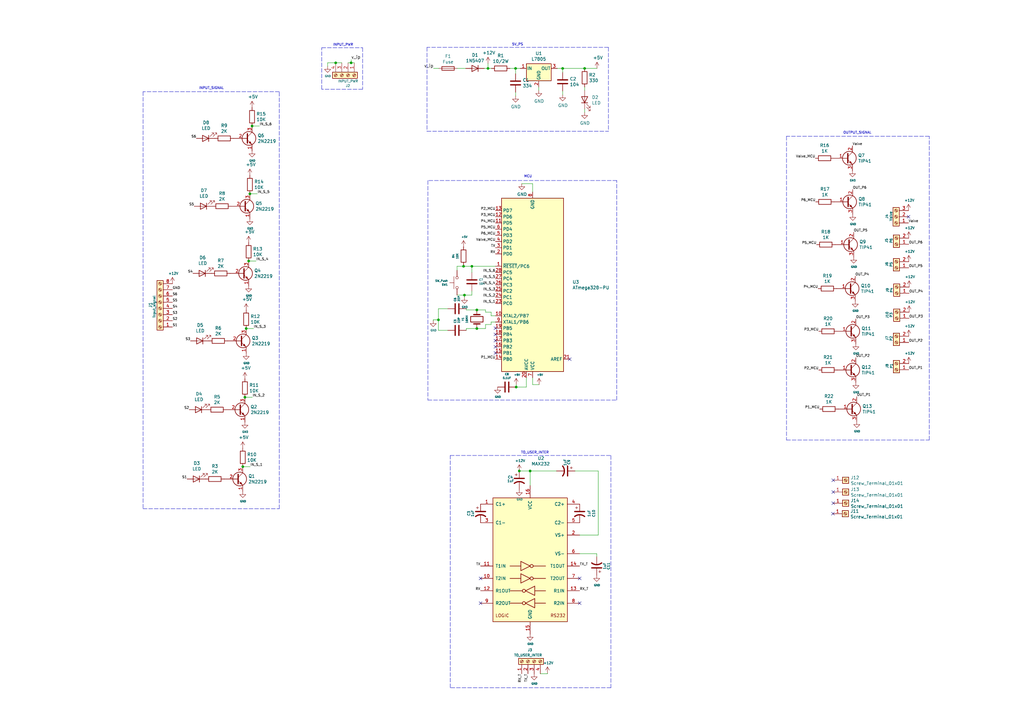
<source format=kicad_sch>
(kicad_sch (version 20211123) (generator eeschema)
  (paper "A3")
  (lib_symbols
    (symbol "Connector:Screw_Terminal_01x01" (pin_names (offset 1.016) hide)
      (property "Reference" "J" (at 0 2.54 0))
      (property "Value" "Screw_Terminal_01x01" (at 0 -2.54 0))
      (symbol "Screw_Terminal_01x01_1_1"
        (pin passive line (at -5.08 0 0) (length 3.81) (name "Pin_1") (number "1"))
      )
    )
    (symbol "Connector:Screw_Terminal_01x02" (pin_names (offset 1.016) hide)
      (property "Reference" "J" (at 0 2.54 0))
      (property "Value" "Screw_Terminal_01x02" (at 0 -5.08 0))
      (symbol "Screw_Terminal_01x02_1_1"
        (pin passive line (at -5.08 0 0) (length 3.81) (name "Pin_1") (number "1"))
        (pin passive line (at -5.08 -2.54 0) (length 3.81) (name "Pin_2") (number "2"))
      )
    )
    (symbol "Connector:Screw_Terminal_01x03" (pin_names (offset 1.016) hide)
      (property "Reference" "J" (at 0 5.08 0))
      (property "Value" "Screw_Terminal_01x03" (at 0 -5.08 0))
      (symbol "Screw_Terminal_01x03_1_1"
        (pin passive line (at -5.08 2.54 0) (length 3.81) (name "Pin_1") (number "1"))
        (pin passive line (at -5.08 0 0) (length 3.81) (name "Pin_2") (number "2"))
        (pin passive line (at -5.08 -2.54 0) (length 3.81) (name "Pin_3") (number "3"))
      )
    )
    (symbol "Connector:Screw_Terminal_01x04" (pin_names (offset 1.016) hide)
      (property "Reference" "J" (at 0 5.08 0))
      (property "Value" "Screw_Terminal_01x04" (at 0 -7.62 0))
      (symbol "Screw_Terminal_01x04_1_1"
        (pin passive line (at -5.08 2.54 0) (length 3.81) (name "Pin_1") (number "1"))
        (pin passive line (at -5.08 0 0) (length 3.81) (name "Pin_2") (number "2"))
        (pin passive line (at -5.08 -2.54 0) (length 3.81) (name "Pin_3") (number "3"))
        (pin passive line (at -5.08 -5.08 0) (length 3.81) (name "Pin_4") (number "4"))
      )
    )
    (symbol "Connector:Screw_Terminal_01x08" (pin_names (offset 1.016) hide)
      (property "Reference" "J" (at 0 10.16 0))
      (property "Value" "Screw_Terminal_01x08" (at 0 -12.7 0))
      (symbol "Screw_Terminal_01x08_1_1"
        (pin passive line (at -5.08 7.62 0) (length 3.81) (name "Pin_1") (number "1"))
        (pin passive line (at -5.08 5.08 0) (length 3.81) (name "Pin_2") (number "2"))
        (pin passive line (at -5.08 2.54 0) (length 3.81) (name "Pin_3") (number "3"))
        (pin passive line (at -5.08 0 0) (length 3.81) (name "Pin_4") (number "4"))
        (pin passive line (at -5.08 -2.54 0) (length 3.81) (name "Pin_5") (number "5"))
        (pin passive line (at -5.08 -5.08 0) (length 3.81) (name "Pin_6") (number "6"))
        (pin passive line (at -5.08 -7.62 0) (length 3.81) (name "Pin_7") (number "7"))
        (pin passive line (at -5.08 -10.16 0) (length 3.81) (name "Pin_8") (number "8"))
      )
    )
    (symbol "Device:C" (pin_numbers hide) (pin_names (offset 0.254))
      (property "Reference" "C" (at 0.635 2.54 0))
      (property "Value" "C" (at 0.635 -2.54 0))
      (symbol "C_1_1"
        (pin passive line (at 0 3.81 270) (length 2.794) (name "~") (number "1"))
        (pin passive line (at 0 -3.81 90) (length 2.794) (name "~") (number "2"))
      )
    )
    (symbol "Device:Crystal" (pin_numbers hide) (pin_names (offset 1.016) hide)
      (property "Reference" "Y" (at 0 3.81 0))
      (property "Value" "Crystal" (at 0 -3.81 0))
      (symbol "Crystal_1_1"
        (pin passive line (at -3.81 0 0) (length 1.27) (name "1") (number "1"))
        (pin passive line (at 3.81 0 180) (length 1.27) (name "2") (number "2"))
      )
    )
    (symbol "Device:Fuse" (pin_numbers hide) (pin_names (offset 0))
      (property "Reference" "F" (at 2.032 0 90))
      (property "Value" "Fuse" (at -1.905 0 90))
      (symbol "Fuse_1_1"
        (pin passive line (at 0 3.81 270) (length 1.27) (name "~") (number "1"))
        (pin passive line (at 0 -3.81 90) (length 1.27) (name "~") (number "2"))
      )
    )
    (symbol "Device:LED" (pin_numbers hide) (pin_names (offset 1.016) hide)
      (property "Reference" "D" (at 0 2.54 0))
      (property "Value" "LED" (at 0 -2.54 0))
      (symbol "LED_1_1"
        (pin passive line (at -3.81 0 0) (length 2.54) (name "K") (number "1"))
        (pin passive line (at 3.81 0 180) (length 2.54) (name "A") (number "2"))
      )
    )
    (symbol "Device:R" (pin_numbers hide) (pin_names (offset 0))
      (property "Reference" "R" (at 2.032 0 90))
      (property "Value" "R" (at 0 0 90))
      (symbol "R_1_1"
        (pin passive line (at 0 3.81 270) (length 1.27) (name "~") (number "1"))
        (pin passive line (at 0 -3.81 90) (length 1.27) (name "~") (number "2"))
      )
    )
    (symbol "Diode:1N5407" (pin_numbers hide) (pin_names (offset 1.016) hide)
      (property "Reference" "D" (at 0 2.54 0))
      (property "Value" "1N5407" (at 0 -2.54 0))
      (symbol "1N5407_1_1"
        (pin passive line (at -3.81 0 0) (length 2.54) (name "K") (number "1"))
        (pin passive line (at 3.81 0 180) (length 2.54) (name "A") (number "2"))
      )
    )
    (symbol "Interface_UART:MAX232" (pin_names (offset 1.016))
      (property "Reference" "U" (at -2.54 28.575 0))
      (property "Value" "MAX232" (at -2.54 26.67 0))
      (symbol "MAX232_0_0"
        (text "LOGIC" (at -11.43 -22.86 0) (effects (font (size 1.27 1.27))))
        (text "RS232" (at 11.43 -22.86 0) (effects (font (size 1.27 1.27))))
      )
      (symbol "MAX232_1_1"
        (pin passive line (at -20.32 22.86 0) (length 5.08) (name "C1+") (number "1"))
        (pin input line (at -20.32 -7.62 0) (length 5.08) (name "T2IN") (number "10"))
        (pin input line (at -20.32 -2.54 0) (length 5.08) (name "T1IN") (number "11"))
        (pin output line (at -20.32 -12.7 0) (length 5.08) (name "R1OUT") (number "12"))
        (pin input line (at 20.32 -12.7 180) (length 5.08) (name "R1IN") (number "13"))
        (pin output line (at 20.32 -2.54 180) (length 5.08) (name "T1OUT") (number "14"))
        (pin power_in line (at 0 -30.48 90) (length 5.08) (name "GND") (number "15"))
        (pin power_in line (at 0 30.48 270) (length 5.08) (name "VCC") (number "16"))
        (pin power_out line (at 20.32 10.16 180) (length 5.08) (name "VS+") (number "2"))
        (pin passive line (at -20.32 15.24 0) (length 5.08) (name "C1-") (number "3"))
        (pin passive line (at 20.32 22.86 180) (length 5.08) (name "C2+") (number "4"))
        (pin passive line (at 20.32 15.24 180) (length 5.08) (name "C2-") (number "5"))
        (pin power_out line (at 20.32 2.54 180) (length 5.08) (name "VS-") (number "6"))
        (pin output line (at 20.32 -7.62 180) (length 5.08) (name "T2OUT") (number "7"))
        (pin input line (at 20.32 -17.78 180) (length 5.08) (name "R2IN") (number "8"))
        (pin output line (at -20.32 -17.78 0) (length 5.08) (name "R2OUT") (number "9"))
      )
    )
    (symbol "Regulator_Linear:L7805" (pin_names (offset 0.254))
      (property "Reference" "U" (at -3.81 3.175 0))
      (property "Value" "L7805" (at 0 3.175 0))
      (symbol "L7805_1_1"
        (pin power_in line (at -7.62 0 0) (length 2.54) (name "IN") (number "1"))
        (pin power_in line (at 0 -7.62 90) (length 2.54) (name "GND") (number "2"))
        (pin power_out line (at 7.62 0 180) (length 2.54) (name "OUT") (number "3"))
      )
    )
    (symbol "Switch:SW_Push" (pin_numbers hide) (pin_names (offset 1.016) hide)
      (property "Reference" "SW" (at 1.27 2.54 0))
      (property "Value" "SW_Push" (at 0 -1.524 0))
      (symbol "SW_Push_0_1"
        (pin passive line (at -5.08 0 0) (length 2.54) (name "1") (number "1"))
        (pin passive line (at 5.08 0 180) (length 2.54) (name "2") (number "2"))
      )
    )
    (symbol "Transistor_BJT:2N2219" (pin_names (offset 0) hide)
      (property "Reference" "Q" (at 5.08 1.905 0))
      (property "Value" "2N2219" (at 5.08 0 0))
      (symbol "2N2219_1_1"
        (pin passive line (at 2.54 -5.08 90) (length 2.54) (name "E") (number "1"))
        (pin passive line (at -5.08 0 0) (length 5.715) (name "B") (number "2"))
        (pin passive line (at 2.54 5.08 270) (length 2.54) (name "C") (number "3"))
      )
    )
    (symbol "Transistor_BJT:TIP41" (pin_names (offset 0) hide)
      (property "Reference" "Q" (at 6.35 1.905 0))
      (property "Value" "TIP41" (at 6.35 0 0))
      (symbol "TIP41_1_1"
        (pin input line (at -5.08 0 0) (length 5.715) (name "B") (number "1"))
        (pin passive line (at 2.54 5.08 270) (length 2.54) (name "C") (number "2"))
        (pin passive line (at 2.54 -5.08 90) (length 2.54) (name "E") (number "3"))
      )
    )
    (symbol "power:+12V" (power) (pin_names (offset 0))
      (property "Value" "+12V" (at 0 3.556 0))
      (symbol "+12V_1_1"
        (pin power_in line (at 0 0 90) (length 0) hide (name "+12V") (number "1"))
      )
    )
    (symbol "power:+5V" (power) (pin_names (offset 0))
      (property "Value" "+5V" (at 0 3.556 0))
      (symbol "+5V_1_1"
        (pin power_in line (at 0 0 90) (length 0) hide (name "+5V") (number "1"))
      )
    )
    (symbol "power:GND" (power) (pin_names (offset 0))
      (property "Value" "GND" (at 0 -3.81 0))
      (symbol "GND_1_1"
        (pin power_in line (at 0 0 270) (length 0) hide (name "GND") (number "1"))
      )
    )
    (symbol "pump_control-rescue:ATmega328-PU-MCU_Microchip_ATmega"
      (property "Reference" "U" (at -12.7 36.83 0))
      (property "Value" "ATmega328-PU-MCU_Microchip_ATmega" (at 2.54 -36.83 0))
      (symbol "ATmega328-PU-MCU_Microchip_ATmega_1_1"
        (pin bidirectional line (at 15.24 -7.62 180) (length 2.54) (name "~{RESET}/PC6") (number "1"))
        (pin bidirectional line (at 15.24 12.7 180) (length 2.54) (name "XTAL2/PB7") (number "10"))
        (pin bidirectional line (at 15.24 -25.4 180) (length 2.54) (name "PD5") (number "11"))
        (pin bidirectional line (at 15.24 -27.94 180) (length 2.54) (name "PD6") (number "12"))
        (pin bidirectional line (at 15.24 -30.48 180) (length 2.54) (name "PD7") (number "13"))
        (pin bidirectional line (at 15.24 30.48 180) (length 2.54) (name "PB0") (number "14"))
        (pin bidirectional line (at 15.24 27.94 180) (length 2.54) (name "PB1") (number "15"))
        (pin bidirectional line (at 15.24 25.4 180) (length 2.54) (name "PB2") (number "16"))
        (pin bidirectional line (at 15.24 22.86 180) (length 2.54) (name "PB3") (number "17"))
        (pin bidirectional line (at 15.24 20.32 180) (length 2.54) (name "PB4") (number "18"))
        (pin bidirectional line (at 15.24 17.78 180) (length 2.54) (name "PB5") (number "19"))
        (pin bidirectional line (at 15.24 -12.7 180) (length 2.54) (name "PD0") (number "2"))
        (pin power_in line (at 2.54 38.1 270) (length 2.54) (name "AVCC") (number "20"))
        (pin passive line (at -15.24 30.48 0) (length 2.54) (name "AREF") (number "21"))
        (pin passive line (at 0 -38.1 90) (length 2.54) hide (name "GND") (number "22"))
        (pin bidirectional line (at 15.24 7.62 180) (length 2.54) (name "PC0") (number "23"))
        (pin bidirectional line (at 15.24 5.08 180) (length 2.54) (name "PC1") (number "24"))
        (pin bidirectional line (at 15.24 2.54 180) (length 2.54) (name "PC2") (number "25"))
        (pin bidirectional line (at 15.24 0 180) (length 2.54) (name "PC3") (number "26"))
        (pin bidirectional line (at 15.24 -2.54 180) (length 2.54) (name "PC4") (number "27"))
        (pin bidirectional line (at 15.24 -5.08 180) (length 2.54) (name "PC5") (number "28"))
        (pin bidirectional line (at 15.24 -15.24 180) (length 2.54) (name "PD1") (number "3"))
        (pin bidirectional line (at 15.24 -17.78 180) (length 2.54) (name "PD2") (number "4"))
        (pin bidirectional line (at 15.24 -20.32 180) (length 2.54) (name "PD3") (number "5"))
        (pin bidirectional line (at 15.24 -22.86 180) (length 2.54) (name "PD4") (number "6"))
        (pin power_in line (at 0 38.1 270) (length 2.54) (name "VCC") (number "7"))
        (pin power_in line (at 0 -38.1 90) (length 2.54) (name "GND") (number "8"))
        (pin bidirectional line (at 15.24 15.24 180) (length 2.54) (name "XTAL1/PB6") (number "9"))
      )
    )
    (symbol "pump_control-rescue:CP1-Device" (pin_numbers hide) (pin_names (offset 0.254) hide)
      (property "Reference" "C" (at 0.635 2.54 0))
      (property "Value" "CP1-Device" (at 0.635 -2.54 0))
      (symbol "CP1-Device_1_1"
        (pin passive line (at 0 3.81 270) (length 2.794) (name "~") (number "1"))
        (pin passive line (at 0 -3.81 90) (length 3.302) (name "~") (number "2"))
      )
    )
  )
  (junction (at 102.489 79.502))
  (junction (at 211.709 158.75))
  (junction (at 100.965 134.747))
  (junction (at 101.981 107.061))
  (junction (at 212.979 193.167))
  (junction (at 100.457 162.941))
  (junction (at 195.58 127.127))
  (junction (at 99.568 191.389))
  (junction (at 144.018 25.781))
  (junction (at 217.424 193.167))
  (junction (at 230.759 28.067))
  (junction (at 190.5 121.031))
  (junction (at 195.58 134.747))
  (junction (at 179.832 131.191))
  (junction (at 190.119 109.22))
  (junction (at 211.455 28.067))
  (junction (at 239.776 28.067))
  (junction (at 200.152 28.067))
  (junction (at 137.668 25.781))
  (junction (at 193.548 109.22))
  (junction (at 103.378 51.689))
  (no_connect (at 341.757 196.977))
  (no_connect (at 197.104 247.396))
  (no_connect (at 237.744 237.236))
  (no_connect (at 341.757 206.375))
  (no_connect (at 237.744 247.396))
  (no_connect (at 203.2 144.78))
  (no_connect (at 233.68 147.32))
  (no_connect (at 372.618 88.9))
  (no_connect (at 197.104 237.236))
  (no_connect (at 203.2 134.62))
  (no_connect (at 203.2 139.7))
  (no_connect (at 203.2 137.16))
  (no_connect (at 203.2 142.24))
  (no_connect (at 341.63 210.693))
  (no_connect (at 341.757 201.803))
  (wire (pts (xy 199.136 134.747) (xy 195.58 134.747)))
  (wire (pts (xy 245.364 219.456) (xy 245.364 193.167)))
  (polyline (pts (xy 249.555 19.431) (xy 249.555 53.848)))
  (wire (pts (xy 193.548 109.22) (xy 193.548 111.76)))
  (wire (pts (xy 218.44 157.734) (xy 221.107 157.734)))
  (wire (pts (xy 190.119 108.839) (xy 190.119 109.22)))
  (wire (pts (xy 102.489 79.502) (xy 105.537 79.502)))
  (wire (pts (xy 228.219 193.167) (xy 217.424 193.167)))
  (wire (pts (xy 183.642 126.619) (xy 179.832 126.619)))
  (polyline (pts (xy 252.984 164.084) (xy 252.984 74.041)))
  (wire (pts (xy 201.422 129.54) (xy 201.422 128.016)))
  (wire (pts (xy 99.568 191.389) (xy 102.616 191.389)))
  (wire (pts (xy 201.422 132.08) (xy 201.422 133.096)))
  (wire (pts (xy 142.748 25.781) (xy 144.018 25.781)))
  (wire (pts (xy 198.628 28.067) (xy 200.152 28.067)))
  (polyline (pts (xy 148.717 36.576) (xy 131.953 36.576)))
  (wire (pts (xy 230.759 28.067) (xy 230.759 29.718)))
  (wire (pts (xy 244.856 28.067) (xy 239.776 28.067)))
  (wire (pts (xy 211.455 28.067) (xy 213.36 28.067)))
  (wire (pts (xy 200.152 28.067) (xy 201.549 28.067)))
  (wire (pts (xy 191.262 134.747) (xy 191.262 135.509)))
  (wire (pts (xy 211.709 158.75) (xy 215.9 158.75)))
  (wire (pts (xy 190.119 109.22) (xy 193.548 109.22)))
  (wire (pts (xy 179.959 28.067) (xy 177.8 28.067)))
  (polyline (pts (xy 175.133 53.848) (xy 249.555 53.848)))
  (wire (pts (xy 100.965 134.747) (xy 104.013 134.747)))
  (polyline (pts (xy 114.554 208.661) (xy 114.554 37.592)))
  (polyline (pts (xy 322.58 55.88) (xy 322.58 180.467)))
  (polyline (pts (xy 175.514 164.084) (xy 252.984 164.084)))
  (polyline (pts (xy 131.953 19.558) (xy 148.717 19.558)))
  (polyline (pts (xy 381.127 55.88) (xy 322.58 55.88)))
  (polyline (pts (xy 148.717 19.558) (xy 148.717 36.576)))
  (wire (pts (xy 237.744 227.076) (xy 244.729 227.076)))
  (wire (pts (xy 190.5 121.92) (xy 190.5 121.031)))
  (wire (pts (xy 220.98 37.084) (xy 220.98 35.687)))
  (wire (pts (xy 100.457 162.941) (xy 103.505 162.941)))
  (wire (pts (xy 195.58 134.747) (xy 191.262 134.747)))
  (polyline (pts (xy 381.127 180.467) (xy 381.127 55.88)))
  (wire (pts (xy 239.776 37.084) (xy 239.776 35.687)))
  (wire (pts (xy 103.378 51.689) (xy 106.426 51.689)))
  (wire (pts (xy 140.208 25.781) (xy 137.668 25.781)))
  (wire (pts (xy 224.536 276.352) (xy 224.536 276.098)))
  (wire (pts (xy 193.548 119.38) (xy 193.548 121.031)))
  (polyline (pts (xy 175.133 19.431) (xy 175.133 53.848)))
  (polyline (pts (xy 175.514 74.041) (xy 175.514 164.084)))
  (wire (pts (xy 228.6 28.067) (xy 230.759 28.067)))
  (polyline (pts (xy 184.658 186.817) (xy 250.571 186.817)))
  (polyline (pts (xy 250.571 282.067) (xy 184.658 282.067)))
  (wire (pts (xy 187.579 28.067) (xy 191.008 28.067)))
  (wire (pts (xy 101.981 107.061) (xy 105.029 107.061)))
  (wire (pts (xy 183.642 135.509) (xy 179.832 135.509)))
  (wire (pts (xy 239.776 46.101) (xy 239.776 44.704)))
  (wire (pts (xy 191.262 127.127) (xy 191.262 126.619)))
  (wire (pts (xy 144.018 25.781) (xy 144.018 24.511)))
  (wire (pts (xy 134.366 25.781) (xy 134.366 27.178)))
  (wire (pts (xy 199.136 127.127) (xy 195.58 127.127)))
  (wire (pts (xy 211.455 30.226) (xy 211.455 28.067)))
  (wire (pts (xy 244.729 227.076) (xy 244.729 228.346)))
  (wire (pts (xy 203.2 129.54) (xy 201.422 129.54)))
  (polyline (pts (xy 131.953 36.576) (xy 131.953 19.558)))
  (wire (pts (xy 179.832 126.619) (xy 179.832 131.191)))
  (polyline (pts (xy 58.674 37.592) (xy 58.674 208.661)))
  (polyline (pts (xy 252.984 74.041) (xy 175.514 74.041)))
  (wire (pts (xy 203.2 132.08) (xy 201.422 132.08)))
  (wire (pts (xy 230.759 38.862) (xy 230.759 37.338)))
  (wire (pts (xy 187.452 109.22) (xy 187.452 110.871)))
  (wire (pts (xy 218.44 157.734) (xy 218.44 154.94)))
  (polyline (pts (xy 58.674 208.661) (xy 114.554 208.661)))
  (wire (pts (xy 245.364 193.167) (xy 235.839 193.167)))
  (wire (pts (xy 190.5 121.031) (xy 193.548 121.031)))
  (wire (pts (xy 193.548 109.22) (xy 203.2 109.22)))
  (wire (pts (xy 211.455 39.37) (xy 211.455 37.846)))
  (wire (pts (xy 187.452 121.031) (xy 190.5 121.031)))
  (wire (pts (xy 217.424 199.136) (xy 217.424 193.167)))
  (polyline (pts (xy 250.571 186.817) (xy 250.571 282.067)))
  (wire (pts (xy 209.169 28.067) (xy 211.455 28.067)))
  (wire (pts (xy 177.673 131.191) (xy 177.673 131.445)))
  (wire (pts (xy 230.759 28.067) (xy 239.776 28.067)))
  (wire (pts (xy 201.422 128.016) (xy 199.136 128.016)))
  (wire (pts (xy 221.615 276.352) (xy 224.536 276.352)))
  (wire (pts (xy 237.744 219.456) (xy 245.364 219.456)))
  (wire (pts (xy 218.44 78.74) (xy 218.44 75.311)))
  (wire (pts (xy 200.152 26.035) (xy 200.152 28.067)))
  (wire (pts (xy 144.018 25.781) (xy 145.288 25.781)))
  (polyline (pts (xy 322.58 180.467) (xy 381.127 180.467)))
  (wire (pts (xy 187.452 109.22) (xy 190.119 109.22)))
  (wire (pts (xy 195.58 127.127) (xy 191.262 127.127)))
  (wire (pts (xy 137.668 25.781) (xy 134.366 25.781)))
  (polyline (pts (xy 114.554 37.592) (xy 58.674 37.592)))
  (wire (pts (xy 217.424 193.167) (xy 212.979 193.167)))
  (wire (pts (xy 218.44 75.311) (xy 213.995 75.311)))
  (wire (pts (xy 211.709 158.75) (xy 211.709 157.734)))
  (polyline (pts (xy 249.555 19.431) (xy 175.133 19.431)))
  (wire (pts (xy 215.9 158.75) (xy 215.9 154.94)))
  (wire (pts (xy 179.832 135.509) (xy 179.832 131.191)))
  (wire (pts (xy 199.136 133.096) (xy 199.136 134.747)))
  (polyline (pts (xy 184.658 282.067) (xy 184.658 186.817)))
  (wire (pts (xy 199.136 128.016) (xy 199.136 127.127)))
  (wire (pts (xy 179.832 131.191) (xy 177.673 131.191)))
  (wire (pts (xy 201.422 133.096) (xy 199.136 133.096)))
  (text "MCU\n" (at 214.884 73.025 0) (effects (font (size 0.9906 0.9906)) (justify left bottom)))
  (text "5V_PS" (at 209.931 18.923 0) (effects (font (size 0.9906 0.9906)) (justify left bottom)))
  (text "OUTPUT_SIGNAL\n" (at 345.821 55.118 0) (effects (font (size 0.9906 0.9906)) (justify left bottom)))
  (text "INPUT_SIGNAL\n" (at 81.534 36.83 0) (effects (font (size 0.9906 0.9906)) (justify left bottom)))
  (text "INPUT_PWR\n" (at 136.525 19.05 0) (effects (font (size 0.9906 0.9906)) (justify left bottom)))
  (text "TO_USER_INTER\n" (at 213.614 186.309 0) (effects (font (size 0.9906 0.9906)) (justify left bottom)))
  (label "S1" (at 70.739 134.112 0) (effects (font (size 0.9906 0.9906))))
  (label "IN_S_4" (at 203.2 116.84 180) (effects (font (size 0.9906 0.9906))))
  (label "Valve" (at 349.631 59.817 0) (effects (font (size 0.9906 0.9906))))
  (label "OUT_P3" (at 351.028 130.81 0) (effects (font (size 0.9906 0.9906))))
  (label "RX" (at 203.2 104.14 180) (effects (font (size 0.9906 0.9906))))
  (label "P1_MCU" (at 336.169 167.767 180) (effects (font (size 0.9906 0.9906))))
  (label "S3" (at 70.739 129.032 0) (effects (font (size 0.9906 0.9906))))
  (label "P2_MCU" (at 203.2 86.36 180) (effects (font (size 0.9906 0.9906))))
  (label "P5_MCU" (at 203.2 93.98 180) (effects (font (size 0.9906 0.9906))))
  (label "RX" (at 197.104 242.316 180) (effects (font (size 0.9906 0.9906))))
  (label "IN_S_5" (at 105.537 79.502 0) (effects (font (size 0.9906 0.9906))))
  (label "IN_S_1" (at 102.616 191.389 0) (effects (font (size 0.9906 0.9906))))
  (label "v_ip" (at 177.8 28.067 180))
  (label "IN_S_3" (at 104.013 134.747 0) (effects (font (size 0.9906 0.9906))))
  (label "S4" (at 79.121 112.141 180) (effects (font (size 0.9906 0.9906))))
  (label "P5_MCU" (at 334.899 100.33 180) (effects (font (size 0.9906 0.9906))))
  (label "IN_S_6" (at 203.2 111.76 180) (effects (font (size 0.9906 0.9906))))
  (label "GND" (at 70.739 118.872 0) (effects (font (size 0.9906 0.9906))))
  (label "OUT_P3" (at 372.872 130.556 0) (effects (font (size 0.9906 0.9906))))
  (label "RX_T" (at 213.995 276.352 270) (effects (font (size 0.9906 0.9906))))
  (label "P6_MCU" (at 334.518 82.804 180) (effects (font (size 0.9906 0.9906))))
  (label "P2_MCU" (at 335.788 151.765 180) (effects (font (size 0.9906 0.9906))))
  (label "Valve_MCU" (at 334.391 64.897 180) (effects (font (size 0.9906 0.9906))))
  (label "TX" (at 197.104 232.156 180) (effects (font (size 0.9906 0.9906))))
  (label "TX_T" (at 237.744 232.156 0) (effects (font (size 0.9906 0.9906))))
  (label "P4_MCU" (at 203.2 91.44 180) (effects (font (size 0.9906 0.9906))))
  (label "IN_S_2" (at 103.505 162.941 0) (effects (font (size 0.9906 0.9906))))
  (label "P4_MCU" (at 335.534 118.364 180) (effects (font (size 0.9906 0.9906))))
  (label "OUT_P1" (at 351.409 162.687 0) (effects (font (size 0.9906 0.9906))))
  (label "RX_T" (at 237.744 242.316 0) (effects (font (size 0.9906 0.9906))))
  (label "IN_S_5" (at 203.2 114.3 180) (effects (font (size 0.9906 0.9906))))
  (label "OUT_P5" (at 350.139 95.25 0) (effects (font (size 0.9906 0.9906))))
  (label "OUT_P2" (at 372.745 140.462 0) (effects (font (size 0.9906 0.9906))))
  (label "S5" (at 70.739 123.952 0) (effects (font (size 0.9906 0.9906))))
  (label "Valve_MCU" (at 203.2 99.06 180) (effects (font (size 0.9906 0.9906))))
  (label "IN_S_4" (at 105.029 107.061 0) (effects (font (size 0.9906 0.9906))))
  (label "TX" (at 203.2 101.6 180) (effects (font (size 0.9906 0.9906))))
  (label "P3_MCU" (at 335.788 135.89 180) (effects (font (size 0.9906 0.9906))))
  (label "OUT_P6" (at 372.745 100.203 0) (effects (font (size 0.9906 0.9906))))
  (label "S2" (at 70.739 131.572 0) (effects (font (size 0.9906 0.9906))))
  (label "S6" (at 80.518 56.769 180) (effects (font (size 0.9906 0.9906))))
  (label "OUT_P4" (at 350.774 113.284 0) (effects (font (size 0.9906 0.9906))))
  (label "OUT_P4" (at 372.872 120.269 0) (effects (font (size 0.9906 0.9906))))
  (label "IN_S_6" (at 106.426 51.689 0) (effects (font (size 0.9906 0.9906))))
  (label "S4" (at 70.739 126.492 0) (effects (font (size 0.9906 0.9906))))
  (label "S2" (at 77.597 168.021 180) (effects (font (size 0.9906 0.9906))))
  (label "S6" (at 70.739 121.412 0) (effects (font (size 0.9906 0.9906))))
  (label "v_ip" (at 144.018 24.511 0))
  (label "S5" (at 79.629 84.582 180) (effects (font (size 0.9906 0.9906))))
  (label "OUT_P2" (at 351.028 146.685 0) (effects (font (size 0.9906 0.9906))))
  (label "P6_MCU" (at 203.2 96.52 180) (effects (font (size 0.9906 0.9906))))
  (label "S3" (at 78.105 139.827 180) (effects (font (size 0.9906 0.9906))))
  (label "OUT_P6" (at 349.758 77.724 0) (effects (font (size 0.9906 0.9906))))
  (label "Valve" (at 372.618 91.44 0) (effects (font (size 0.9906 0.9906))))
  (label "IN_S_1" (at 203.2 124.46 180) (effects (font (size 0.9906 0.9906))))
  (label "OUT_P1" (at 372.745 151.638 0) (effects (font (size 0.9906 0.9906))))
  (label "IN_S_3" (at 203.2 119.38 180) (effects (font (size 0.9906 0.9906))))
  (label "OUT_P5" (at 372.745 109.855 0) (effects (font (size 0.9906 0.9906))))
  (label "IN_S_2" (at 203.2 121.92 180) (effects (font (size 0.9906 0.9906))))
  (label "TX_T" (at 216.535 276.352 270) (effects (font (size 0.9906 0.9906))))
  (label "S1" (at 76.708 196.469 180) (effects (font (size 0.9906 0.9906))))
  (label "P3_MCU" (at 203.2 88.9 180) (effects (font (size 0.9906 0.9906))))
  (label "P1_MCU" (at 203.2 147.32 180) (effects (font (size 0.9906 0.9906))))
  (symbol (lib_id "Device:Fuse") (at 183.769 28.067 270) (unit 1)
    (property "Reference" "F1" (at 183.769 23.0632 90))
    (property "Value" "Fuse" (at 183.769 25.3746 90))
    (property "Footprint" "Fuse:Fuseholder_Cylinder-5x20mm_Schurter_0031_8201_Horizontal_Open" (effects hide))
  )
  (symbol (lib_id "Diode:1N5407") (at 194.818 28.067 180) (unit 1)
    (property "Reference" "D1" (at 194.818 22.5806 0))
    (property "Value" "1N5407" (at 194.818 24.892 0))
    (property "Footprint" "Diode_THT:D_DO-201AD_P15.24mm_Horizontal" (effects hide))
    (property "Datasheet" "http://www.vishay.com/docs/88516/1n5400.pdf" (effects hide))
  )
  (symbol (lib_id "Device:R") (at 205.359 28.067 270) (unit 1)
    (property "Reference" "R1" (at 205.359 22.8092 90))
    (property "Value" "10/2W" (at 205.359 25.1206 90))
    (property "Footprint" "Resistor_THT:R_Axial_Power_L20.0mm_W6.4mm_P25.40mm" (effects hide))
  )
  (symbol (lib_id "power:+12V") (at 200.152 26.035 0) (unit 1)
    (property "Reference" "#PWR0101" (effects hide))
    (property "Value" "+12V" (at 200.533 21.6408 0))
  )
  (symbol (lib_id "Device:C") (at 211.455 34.036 0) (unit 1)
    (property "Reference" "C1" (at 214.376 32.8676 0) (effects (justify left)))
    (property "Value" "334" (at 214.376 35.179 0) (effects (justify left)))
    (property "Footprint" "Capacitor_THT:C_Disc_D7.0mm_W2.5mm_P5.00mm" (effects hide))
  )
  (symbol (lib_id "Regulator_Linear:L7805") (at 220.98 28.067 0) (unit 1)
    (property "Reference" "U1" (at 220.98 21.9202 0))
    (property "Value" "L7805" (at 220.98 24.2316 0))
    (property "Footprint" "Package_TO_SOT_THT:TO-220-3_Vertical" (effects hide))
    (property "Datasheet" "http://www.st.com/content/ccc/resource/technical/document/datasheet/41/4f/b3/b0/12/d4/47/88/CD00000444.pdf/files/CD00000444.pdf/jcr:content/translations/en.CD00000444.pdf" (effects hide))
  )
  (symbol (lib_id "power:GND") (at 230.759 38.862 0) (unit 1)
    (property "Reference" "#PWR0104" (effects hide))
    (property "Value" "GND" (at 230.886 43.2562 0))
  )
  (symbol (lib_id "power:+5V") (at 221.107 157.734 0) (unit 1)
    (property "Reference" "#PWR0115" (effects hide))
    (property "Value" "+5V" (at 221.488 153.6954 0) (effects (font (size 0.7874 0.7874))))
  )
  (symbol (lib_id "power:+5V") (at 211.709 157.734 0) (unit 1)
    (property "Reference" "#PWR0116" (effects hide))
    (property "Value" "+5V" (at 212.09 153.6954 0) (effects (font (size 0.7874 0.7874))))
  )
  (symbol (lib_id "Device:C") (at 207.899 158.75 270) (unit 1)
    (property "Reference" "C8" (at 207.899 153.4668 90) (effects (font (size 0.7874 0.7874))))
    (property "Value" "0.1UF" (at 207.899 155.0416 90) (effects (font (size 0.7874 0.7874))))
    (property "Footprint" "Capacitor_THT:C_Disc_D7.0mm_W2.5mm_P5.00mm" (effects hide))
  )
  (symbol (lib_id "power:GND") (at 204.089 158.75 0) (unit 1)
    (property "Reference" "#PWR0117" (effects hide))
    (property "Value" "GND" (at 204.216 162.7886 0) (effects (font (size 0.7874 0.7874))))
  )
  (symbol (lib_id "Device:Crystal") (at 195.58 130.937 90) (unit 1)
    (property "Reference" "Y1" (at 189.8904 130.937 0) (effects (font (size 0.7874 0.7874))))
    (property "Value" "16MH" (at 191.4652 130.937 0) (effects (font (size 0.7874 0.7874))))
    (property "Footprint" "Crystal:Resonator-2Pin_W10.0mm_H5.0mm" (effects hide))
  )
  (symbol (lib_id "Device:C") (at 187.452 126.619 270) (unit 1)
    (property "Reference" "C6" (at 186.6646 123.698 0) (effects (font (size 0.7874 0.7874)) (justify right)))
    (property "Value" "22P" (at 188.2394 123.698 0) (effects (font (size 0.7874 0.7874)) (justify right)))
    (property "Footprint" "Capacitor_THT:C_Disc_D7.0mm_W2.5mm_P5.00mm" (effects hide))
  )
  (symbol (lib_id "Device:C") (at 187.452 135.509 270) (unit 1)
    (property "Reference" "C5" (at 186.6646 132.588 0) (effects (font (size 0.7874 0.7874)) (justify right)))
    (property "Value" "22P" (at 188.2394 132.588 0) (effects (font (size 0.7874 0.7874)) (justify right)))
    (property "Footprint" "Capacitor_THT:C_Disc_D7.0mm_W2.5mm_P5.00mm" (effects hide))
  )
  (symbol (lib_id "power:GND") (at 177.673 131.445 0) (unit 1)
    (property "Reference" "#PWR0118" (effects hide))
    (property "Value" "GND" (at 177.8 135.4836 0) (effects (font (size 0.7874 0.7874))))
  )
  (symbol (lib_id "Switch:SW_Push") (at 187.452 115.951 90) (unit 1)
    (property "Reference" "SW1" (at 183.6928 116.7384 90) (effects (font (size 0.7874 0.7874)) (justify left)))
    (property "Value" "SW_Push" (at 183.6928 115.1636 90) (effects (font (size 0.7874 0.7874)) (justify left)))
    (property "Footprint" "Button_Switch_THT:SW_PUSH_6mm_H7.3mm" (effects hide))
  )
  (symbol (lib_id "Device:R") (at 190.119 105.029 0) (mirror x) (unit 1)
    (property "Reference" "R4" (at 185.9788 105.029 90) (effects (font (size 0.7874 0.7874))))
    (property "Value" "10K" (at 187.5536 105.029 90) (effects (font (size 0.7874 0.7874))))
    (property "Footprint" "Resistor_THT:R_Axial_DIN0207_L6.3mm_D2.5mm_P10.16mm_Horizontal" (effects hide))
  )
  (symbol (lib_id "power:GND") (at 190.5 121.92 0) (unit 1)
    (property "Reference" "#PWR0119" (effects hide))
    (property "Value" "GND" (at 190.627 125.9586 0) (effects (font (size 0.7874 0.7874))))
  )
  (symbol (lib_id "power:+5V") (at 190.119 101.219 0) (unit 1)
    (property "Reference" "#PWR0120" (effects hide))
    (property "Value" "+5V" (at 190.5 97.1804 0) (effects (font (size 0.7874 0.7874))))
  )
  (symbol (lib_id "Device:C") (at 193.548 115.57 180) (unit 1)
    (property "Reference" "C7" (at 196.469 114.7826 0) (effects (font (size 0.7874 0.7874)) (justify right)))
    (property "Value" "104" (at 196.469 116.3574 0) (effects (font (size 0.7874 0.7874)) (justify right)))
    (property "Footprint" "Capacitor_THT:C_Disc_D7.0mm_W2.5mm_P5.00mm" (effects hide))
  )
  (symbol (lib_id "Connector:Screw_Terminal_01x08") (at 65.659 126.492 180) (unit 1)
    (property "Reference" "J1" (at 61.722 125.095 90))
    (property "Value" "input_signal" (at 63.246 125.73 90) (effects (font (size 0.9906 0.9906))))
    (property "Footprint" "Connector_Phoenix_MSTB:PhoenixContact_MSTBA_2,5_8-G-5,08_1x08_P5.08mm_Horizontal" (effects hide))
  )
  (symbol (lib_id "pump_control-rescue:ATmega328-PU-MCU_Microchip_ATmega") (at 218.44 116.84 180) (unit 1)
    (property "Reference" "U3" (at 234.7976 115.6716 0) (effects (justify right)))
    (property "Value" "ATmega328-PU" (at 234.7976 117.983 0) (effects (justify right)))
    (property "Footprint" "Package_DIP:DIP-28_W7.62mm_Socket_LongPads" (effects hide))
    (property "Datasheet" "http://ww1.microchip.com/downloads/en/DeviceDoc/ATmega328_P%20AVR%20MCU%20with%20picoPower%20Technology%20Data%20Sheet%2040001984A.pdf" (effects hide))
  )
  (symbol (lib_id "Connector:Screw_Terminal_01x04") (at 142.748 30.861 270) (unit 1)
    (property "Reference" "J2" (at 141.732 35.179 90) (effects (font (size 0.9906 0.9906)) (justify left)))
    (property "Value" "INPUT_PWR" (at 138.557 33.274 90) (effects (font (size 0.9906 0.9906)) (justify left)))
    (property "Footprint" "Connector_Phoenix_MSTB:PhoenixContact_MSTBA_2,5_4-G-5,08_1x04_P5.08mm_Horizontal" (effects hide))
  )
  (symbol (lib_id "Interface_UART:MAX232") (at 217.424 229.616 0) (unit 1)
    (property "Reference" "U2" (at 221.869 187.96 0))
    (property "Value" "MAX232" (at 221.742 190.246 0))
    (property "Footprint" "Package_DIP:DIP-16_W7.62mm_Socket_LongPads" (effects hide))
    (property "Datasheet" "http://www.ti.com/lit/ds/symlink/max232.pdf" (effects hide))
  )
  (symbol (lib_id "Connector:Screw_Terminal_01x04") (at 216.535 271.272 90) (unit 1)
    (property "Reference" "J3" (at 216.408 266.573 90) (effects (font (size 0.9906 0.9906)) (justify right)))
    (property "Value" "TO_USER_INTER" (at 210.82 268.732 90) (effects (font (size 0.9906 0.9906)) (justify right)))
    (property "Footprint" "Connector_Phoenix_MSTB:PhoenixContact_MSTBA_2,5_4-G-5,08_1x04_P5.08mm_Horizontal" (effects hide))
  )
  (symbol (lib_id "Connector:Screw_Terminal_01x03") (at 367.538 88.9 180) (unit 1)
    (property "Reference" "J4" (at 363.728 88.773 90) (effects (font (size 0.9906 0.9906))))
    (property "Value" "Valve" (at 365.379 88.646 90) (effects (font (size 0.9906 0.9906))))
    (property "Footprint" "Connector_Phoenix_MSTB:PhoenixContact_MSTBA_2,5_3-G-5,08_1x03_P5.08mm_Horizontal" (effects hide))
  )
  (symbol (lib_id "Connector:Screw_Terminal_01x02") (at 367.665 151.638 180) (unit 1)
    (property "Reference" "J8" (at 363.855 150.114 90) (effects (font (size 0.9906 0.9906))))
    (property "Value" "P1" (at 365.633 150.114 90) (effects (font (size 0.9906 0.9906))))
    (property "Footprint" "Connector_Phoenix_MSTB:PhoenixContact_MSTBA_2,5_2-G-5,08_1x02_P5.08mm_Horizontal" (effects hide))
  )
  (symbol (lib_id "Connector:Screw_Terminal_01x02") (at 367.665 100.203 180) (unit 1)
    (property "Reference" "J5" (at 363.601 98.679 90) (effects (font (size 0.9906 0.9906))))
    (property "Value" "P6" (at 365.506 98.679 90) (effects (font (size 0.9906 0.9906))))
    (property "Footprint" "Connector_Phoenix_MSTB:PhoenixContact_MSTBA_2,5_2-G-5,08_1x02_P5.08mm_Horizontal" (effects hide))
  )
  (symbol (lib_id "Connector:Screw_Terminal_01x02") (at 367.665 109.855 180) (unit 1)
    (property "Reference" "J6" (at 363.728 108.331 90) (effects (font (size 0.9906 0.9906))))
    (property "Value" "P5" (at 365.506 108.458 90) (effects (font (size 0.9906 0.9906))))
    (property "Footprint" "Connector_Phoenix_MSTB:PhoenixContact_MSTBA_2,5_2-G-5,08_1x02_P5.08mm_Horizontal" (effects hide))
  )
  (symbol (lib_id "Connector:Screw_Terminal_01x02") (at 367.792 120.269 180) (unit 1)
    (property "Reference" "J9" (at 363.982 118.999 90) (effects (font (size 0.9906 0.9906))))
    (property "Value" "P4" (at 365.633 118.999 90) (effects (font (size 0.9906 0.9906))))
    (property "Footprint" "Connector_Phoenix_MSTB:PhoenixContact_MSTBA_2,5_2-G-5,08_1x02_P5.08mm_Horizontal" (effects hide))
  )
  (symbol (lib_id "Connector:Screw_Terminal_01x02") (at 367.792 130.556 180) (unit 1)
    (property "Reference" "J10" (at 363.855 129.159 90) (effects (font (size 0.9906 0.9906))))
    (property "Value" "P3" (at 365.506 129.159 90) (effects (font (size 0.9906 0.9906))))
    (property "Footprint" "Connector_Phoenix_MSTB:PhoenixContact_MSTBA_2,5_2-G-5,08_1x02_P5.08mm_Horizontal" (effects hide))
  )
  (symbol (lib_id "Connector:Screw_Terminal_01x02") (at 367.665 140.462 180) (unit 1)
    (property "Reference" "J7" (at 363.855 138.684 90) (effects (font (size 0.9906 0.9906))))
    (property "Value" "P2" (at 365.506 138.811 90) (effects (font (size 0.9906 0.9906))))
    (property "Footprint" "Connector_Phoenix_MSTB:PhoenixContact_MSTBA_2,5_2-G-5,08_1x02_P5.08mm_Horizontal" (effects hide))
  )
  (symbol (lib_id "Device:LED") (at 84.328 56.769 180) (unit 1)
    (property "Reference" "D8" (at 84.5058 50.292 0))
    (property "Value" "LED" (at 84.5058 52.6034 0))
    (property "Footprint" "LED_THT:LED_D5.0mm" (effects hide))
  )
  (symbol (lib_id "Device:R") (at 91.948 56.769 270) (unit 1)
    (property "Reference" "R9" (at 91.948 51.5112 90))
    (property "Value" "2K" (at 91.948 53.8226 90))
    (property "Footprint" "Resistor_THT:R_Axial_DIN0207_L6.3mm_D2.5mm_P10.16mm_Horizontal" (effects hide))
  )
  (symbol (lib_id "Device:R") (at 103.378 47.879 180) (unit 1)
    (property "Reference" "R15" (at 105.156 46.7106 0) (effects (justify right)))
    (property "Value" "10K" (at 105.156 49.022 0) (effects (justify right)))
    (property "Footprint" "Resistor_THT:R_Axial_DIN0207_L6.3mm_D2.5mm_P10.16mm_Horizontal" (effects hide))
  )
  (symbol (lib_id "power:+5V") (at 103.378 44.069 0) (unit 1)
    (property "Reference" "#PWR0107" (effects hide))
    (property "Value" "+5V" (at 103.759 39.6748 0))
  )
  (symbol (lib_id "Transistor_BJT:2N2219") (at 100.838 56.769 0) (unit 1)
    (property "Reference" "Q6" (at 105.664 55.6006 0) (effects (justify left)))
    (property "Value" "2N2219" (at 105.664 57.912 0) (effects (justify left)))
    (property "Footprint" "Package_TO_SOT_THT:TO-92L_Wide" (effects hide))
    (property "Datasheet" "http://www.onsemi.com/pub_link/Collateral/2N2219-D.PDF" (effects hide))
  )
  (symbol (lib_id "Connector:Screw_Terminal_01x01") (at 346.837 196.977 0) (unit 1)
    (property "Reference" "J12" (at 348.869 195.9102 0) (effects (justify left)))
    (property "Value" "Screw_Terminal_01x01" (at 348.869 198.2216 0) (effects (justify left)))
    (property "Footprint" "TestPoint:TestPoint_Plated_Hole_D5.0mm" (effects hide))
  )
  (symbol (lib_id "Connector:Screw_Terminal_01x01") (at 346.837 201.803 0) (unit 1)
    (property "Reference" "J13" (at 348.869 200.7362 0) (effects (justify left)))
    (property "Value" "Screw_Terminal_01x01" (at 348.869 203.0476 0) (effects (justify left)))
    (property "Footprint" "TestPoint:TestPoint_Plated_Hole_D5.0mm" (effects hide))
  )
  (symbol (lib_id "Connector:Screw_Terminal_01x01") (at 346.837 206.375 0) (unit 1)
    (property "Reference" "J14" (at 348.869 205.3082 0) (effects (justify left)))
    (property "Value" "Screw_Terminal_01x01" (at 348.869 207.6196 0) (effects (justify left)))
    (property "Footprint" "TestPoint:TestPoint_Plated_Hole_D5.0mm" (effects hide))
  )
  (symbol (lib_id "Connector:Screw_Terminal_01x01") (at 346.71 210.693 0) (unit 1)
    (property "Reference" "J11" (at 348.742 209.6262 0) (effects (justify left)))
    (property "Value" "Screw_Terminal_01x01" (at 348.742 211.9376 0) (effects (justify left)))
    (property "Footprint" "TestPoint:TestPoint_Plated_Hole_D5.0mm" (effects hide))
  )
  (symbol (lib_id "power:+5V") (at 102.489 71.882 0) (unit 1)
    (property "Reference" "#PWR0108" (effects hide))
    (property "Value" "+5V" (at 102.87 67.4878 0))
  )
  (symbol (lib_id "Device:R") (at 102.489 75.692 180) (unit 1)
    (property "Reference" "R14" (at 104.267 74.5236 0) (effects (justify right)))
    (property "Value" "10K" (at 104.267 76.835 0) (effects (justify right)))
    (property "Footprint" "Resistor_THT:R_Axial_DIN0207_L6.3mm_D2.5mm_P10.16mm_Horizontal" (effects hide))
  )
  (symbol (lib_id "Device:R") (at 91.059 84.582 270) (unit 1)
    (property "Reference" "R8" (at 91.059 79.3242 90))
    (property "Value" "2K" (at 91.059 81.6356 90))
    (property "Footprint" "Resistor_THT:R_Axial_DIN0207_L6.3mm_D2.5mm_P10.16mm_Horizontal" (effects hide))
  )
  (symbol (lib_id "Device:LED") (at 83.439 84.582 180) (unit 1)
    (property "Reference" "D7" (at 83.6168 78.105 0))
    (property "Value" "LED" (at 83.6168 80.4164 0))
    (property "Footprint" "LED_THT:LED_D5.0mm" (effects hide))
  )
  (symbol (lib_id "Transistor_BJT:2N2219") (at 99.949 84.582 0) (unit 1)
    (property "Reference" "Q5" (at 104.775 83.4136 0) (effects (justify left)))
    (property "Value" "2N2219" (at 104.775 85.725 0) (effects (justify left)))
    (property "Footprint" "Package_TO_SOT_THT:TO-92L_Wide" (effects hide))
    (property "Datasheet" "http://www.onsemi.com/pub_link/Collateral/2N2219-D.PDF" (effects hide))
  )
  (symbol (lib_id "power:+5V") (at 101.981 99.441 0) (unit 1)
    (property "Reference" "#PWR0109" (effects hide))
    (property "Value" "+5V" (at 102.362 95.0468 0))
  )
  (symbol (lib_id "Device:R") (at 101.981 103.251 180) (unit 1)
    (property "Reference" "R13" (at 103.759 102.0826 0) (effects (justify right)))
    (property "Value" "10K" (at 103.759 104.394 0) (effects (justify right)))
    (property "Footprint" "Resistor_THT:R_Axial_DIN0207_L6.3mm_D2.5mm_P10.16mm_Horizontal" (effects hide))
  )
  (symbol (lib_id "Device:R") (at 90.551 112.141 270) (unit 1)
    (property "Reference" "R7" (at 90.551 106.8832 90))
    (property "Value" "2K" (at 90.551 109.1946 90))
    (property "Footprint" "Resistor_THT:R_Axial_DIN0207_L6.3mm_D2.5mm_P10.16mm_Horizontal" (effects hide))
  )
  (symbol (lib_id "Device:LED") (at 82.931 112.141 180) (unit 1)
    (property "Reference" "D6" (at 83.1088 105.664 0))
    (property "Value" "LED" (at 83.1088 107.9754 0))
    (property "Footprint" "LED_THT:LED_D5.0mm" (effects hide))
  )
  (symbol (lib_id "Transistor_BJT:2N2219") (at 99.441 112.141 0) (unit 1)
    (property "Reference" "Q4" (at 104.267 110.9726 0) (effects (justify left)))
    (property "Value" "2N2219" (at 104.267 113.284 0) (effects (justify left)))
    (property "Footprint" "Package_TO_SOT_THT:TO-92L_Wide" (effects hide))
    (property "Datasheet" "http://www.onsemi.com/pub_link/Collateral/2N2219-D.PDF" (effects hide))
  )
  (symbol (lib_id "power:+5V") (at 100.965 127.127 0) (unit 1)
    (property "Reference" "#PWR0110" (effects hide))
    (property "Value" "+5V" (at 101.346 122.7328 0))
  )
  (symbol (lib_id "Device:R") (at 100.965 130.937 180) (unit 1)
    (property "Reference" "R12" (at 102.743 129.7686 0) (effects (justify right)))
    (property "Value" "10K" (at 102.743 132.08 0) (effects (justify right)))
    (property "Footprint" "Resistor_THT:R_Axial_DIN0207_L6.3mm_D2.5mm_P10.16mm_Horizontal" (effects hide))
  )
  (symbol (lib_id "Device:R") (at 89.535 139.827 270) (unit 1)
    (property "Reference" "R6" (at 89.535 134.5692 90))
    (property "Value" "2K" (at 89.535 136.8806 90))
    (property "Footprint" "Resistor_THT:R_Axial_DIN0207_L6.3mm_D2.5mm_P10.16mm_Horizontal" (effects hide))
  )
  (symbol (lib_id "Device:LED") (at 81.915 139.827 180) (unit 1)
    (property "Reference" "D5" (at 82.0928 133.35 0))
    (property "Value" "LED" (at 82.0928 135.6614 0))
    (property "Footprint" "LED_THT:LED_D5.0mm" (effects hide))
  )
  (symbol (lib_id "Transistor_BJT:2N2219") (at 98.425 139.827 0) (unit 1)
    (property "Reference" "Q3" (at 103.251 138.6586 0) (effects (justify left)))
    (property "Value" "2N2219" (at 103.251 140.97 0) (effects (justify left)))
    (property "Footprint" "Package_TO_SOT_THT:TO-92L_Wide" (effects hide))
    (property "Datasheet" "http://www.onsemi.com/pub_link/Collateral/2N2219-D.PDF" (effects hide))
  )
  (symbol (lib_id "power:+5V") (at 100.457 155.321 0) (unit 1)
    (property "Reference" "#PWR0111" (effects hide))
    (property "Value" "+5V" (at 100.838 150.9268 0))
  )
  (symbol (lib_id "Device:R") (at 100.457 159.131 180) (unit 1)
    (property "Reference" "R11" (at 102.235 157.9626 0) (effects (justify right)))
    (property "Value" "10K" (at 102.235 160.274 0) (effects (justify right)))
    (property "Footprint" "Resistor_THT:R_Axial_DIN0207_L6.3mm_D2.5mm_P10.16mm_Horizontal" (effects hide))
  )
  (symbol (lib_id "Device:R") (at 89.027 168.021 270) (unit 1)
    (property "Reference" "R5" (at 89.027 162.7632 90))
    (property "Value" "2K" (at 89.027 165.0746 90))
    (property "Footprint" "Resistor_THT:R_Axial_DIN0207_L6.3mm_D2.5mm_P10.16mm_Horizontal" (effects hide))
  )
  (symbol (lib_id "Device:LED") (at 81.407 168.021 180) (unit 1)
    (property "Reference" "D4" (at 81.5848 161.544 0))
    (property "Value" "LED" (at 81.5848 163.8554 0))
    (property "Footprint" "LED_THT:LED_D5.0mm" (effects hide))
  )
  (symbol (lib_id "Transistor_BJT:2N2219") (at 97.917 168.021 0) (unit 1)
    (property "Reference" "Q2" (at 102.743 166.8526 0) (effects (justify left)))
    (property "Value" "2N2219" (at 102.743 169.164 0) (effects (justify left)))
    (property "Footprint" "Package_TO_SOT_THT:TO-92L_Wide" (effects hide))
    (property "Datasheet" "http://www.onsemi.com/pub_link/Collateral/2N2219-D.PDF" (effects hide))
  )
  (symbol (lib_id "power:+5V") (at 99.568 183.769 0) (unit 1)
    (property "Reference" "#PWR0112" (effects hide))
    (property "Value" "+5V" (at 99.949 179.3748 0))
  )
  (symbol (lib_id "Device:R") (at 99.568 187.579 180) (unit 1)
    (property "Reference" "R10" (at 101.346 186.4106 0) (effects (justify right)))
    (property "Value" "10K" (at 101.346 188.722 0) (effects (justify right)))
    (property "Footprint" "Resistor_THT:R_Axial_DIN0207_L6.3mm_D2.5mm_P10.16mm_Horizontal" (effects hide))
  )
  (symbol (lib_id "Device:R") (at 88.138 196.469 270) (unit 1)
    (property "Reference" "R3" (at 88.138 191.2112 90))
    (property "Value" "2K" (at 88.138 193.5226 90))
    (property "Footprint" "Resistor_THT:R_Axial_DIN0207_L6.3mm_D2.5mm_P10.16mm_Horizontal" (effects hide))
  )
  (symbol (lib_id "Device:LED") (at 80.518 196.469 180) (unit 1)
    (property "Reference" "D3" (at 80.6958 189.992 0))
    (property "Value" "LED" (at 80.6958 192.3034 0))
    (property "Footprint" "LED_THT:LED_D5.0mm" (effects hide))
  )
  (symbol (lib_id "Transistor_BJT:2N2219") (at 97.028 196.469 0) (unit 1)
    (property "Reference" "Q1" (at 101.854 195.3006 0) (effects (justify left)))
    (property "Value" "2N2219" (at 101.854 197.612 0) (effects (justify left)))
    (property "Footprint" "Package_TO_SOT_THT:TO-92L_Wide" (effects hide))
    (property "Datasheet" "http://www.onsemi.com/pub_link/Collateral/2N2219-D.PDF" (effects hide))
  )
  (symbol (lib_id "power:+12V") (at 70.739 116.332 0) (unit 1)
    (property "Reference" "#PWR0113" (effects hide))
    (property "Value" "+12V" (at 71.12 112.141 0) (effects (font (size 0.9906 0.9906))))
  )
  (symbol (lib_id "Transistor_BJT:TIP41") (at 347.091 64.897 0) (unit 1)
    (property "Reference" "Q7" (at 351.9424 63.7286 0) (effects (justify left)))
    (property "Value" "TIP41" (at 351.9424 66.04 0) (effects (justify left)))
    (property "Footprint" "Package_TO_SOT_THT:TO-220-3_Vertical" (effects hide))
    (property "Datasheet" "https://www.centralsemi.com/get_document.php?cmp=1&mergetype=pd&mergepath=pd&pdf_id=tip41.PDF" (effects hide))
  )
  (symbol (lib_id "Transistor_BJT:TIP41") (at 347.218 82.804 0) (unit 1)
    (property "Reference" "Q8" (at 352.0694 81.6356 0) (effects (justify left)))
    (property "Value" "TIP41" (at 352.0694 83.947 0) (effects (justify left)))
    (property "Footprint" "Package_TO_SOT_THT:TO-220-3_Vertical" (effects hide))
    (property "Datasheet" "https://www.centralsemi.com/get_document.php?cmp=1&mergetype=pd&mergepath=pd&pdf_id=tip41.PDF" (effects hide))
  )
  (symbol (lib_id "Transistor_BJT:TIP41") (at 347.599 100.33 0) (unit 1)
    (property "Reference" "Q9" (at 352.4504 99.1616 0) (effects (justify left)))
    (property "Value" "TIP41" (at 352.4504 101.473 0) (effects (justify left)))
    (property "Footprint" "Package_TO_SOT_THT:TO-220-3_Vertical" (effects hide))
    (property "Datasheet" "https://www.centralsemi.com/get_document.php?cmp=1&mergetype=pd&mergepath=pd&pdf_id=tip41.PDF" (effects hide))
  )
  (symbol (lib_id "Transistor_BJT:TIP41") (at 348.234 118.364 0) (unit 1)
    (property "Reference" "Q10" (at 353.0854 117.1956 0) (effects (justify left)))
    (property "Value" "TIP41" (at 353.0854 119.507 0) (effects (justify left)))
    (property "Footprint" "Package_TO_SOT_THT:TO-220-3_Vertical" (effects hide))
    (property "Datasheet" "https://www.centralsemi.com/get_document.php?cmp=1&mergetype=pd&mergepath=pd&pdf_id=tip41.PDF" (effects hide))
  )
  (symbol (lib_id "Transistor_BJT:TIP41") (at 348.488 135.89 0) (unit 1)
    (property "Reference" "Q11" (at 353.3394 134.7216 0) (effects (justify left)))
    (property "Value" "TIP41" (at 353.3394 137.033 0) (effects (justify left)))
    (property "Footprint" "Package_TO_SOT_THT:TO-220-3_Vertical" (effects hide))
    (property "Datasheet" "https://www.centralsemi.com/get_document.php?cmp=1&mergetype=pd&mergepath=pd&pdf_id=tip41.PDF" (effects hide))
  )
  (symbol (lib_id "Transistor_BJT:TIP41") (at 348.488 151.765 0) (unit 1)
    (property "Reference" "Q12" (at 353.3394 150.5966 0) (effects (justify left)))
    (property "Value" "TIP41" (at 353.3394 152.908 0) (effects (justify left)))
    (property "Footprint" "Package_TO_SOT_THT:TO-220-3_Vertical" (effects hide))
    (property "Datasheet" "https://www.centralsemi.com/get_document.php?cmp=1&mergetype=pd&mergepath=pd&pdf_id=tip41.PDF" (effects hide))
  )
  (symbol (lib_id "Transistor_BJT:TIP41") (at 348.869 167.767 0) (unit 1)
    (property "Reference" "Q13" (at 353.7204 166.5986 0) (effects (justify left)))
    (property "Value" "TIP41" (at 353.7204 168.91 0) (effects (justify left)))
    (property "Footprint" "Package_TO_SOT_THT:TO-220-3_Vertical" (effects hide))
    (property "Datasheet" "https://www.centralsemi.com/get_document.php?cmp=1&mergetype=pd&mergepath=pd&pdf_id=tip41.PDF" (effects hide))
  )
  (symbol (lib_id "Device:R") (at 338.201 64.897 270) (unit 1)
    (property "Reference" "R16" (at 338.201 59.6392 90))
    (property "Value" "1K" (at 338.201 61.9506 90))
    (property "Footprint" "Resistor_THT:R_Axial_DIN0207_L6.3mm_D2.5mm_P10.16mm_Horizontal" (effects hide))
  )
  (symbol (lib_id "Device:R") (at 338.328 82.804 270) (unit 1)
    (property "Reference" "R17" (at 338.328 77.5462 90))
    (property "Value" "1K" (at 338.328 79.8576 90))
    (property "Footprint" "Resistor_THT:R_Axial_DIN0207_L6.3mm_D2.5mm_P10.16mm_Horizontal" (effects hide))
  )
  (symbol (lib_id "Device:R") (at 338.709 100.33 270) (unit 1)
    (property "Reference" "R18" (at 338.709 95.0722 90))
    (property "Value" "1K" (at 338.709 97.3836 90))
    (property "Footprint" "Resistor_THT:R_Axial_DIN0207_L6.3mm_D2.5mm_P10.16mm_Horizontal" (effects hide))
  )
  (symbol (lib_id "Device:R") (at 339.344 118.364 270) (unit 1)
    (property "Reference" "R19" (at 339.344 113.1062 90))
    (property "Value" "1K" (at 339.344 115.4176 90))
    (property "Footprint" "Resistor_THT:R_Axial_DIN0207_L6.3mm_D2.5mm_P10.16mm_Horizontal" (effects hide))
  )
  (symbol (lib_id "Device:R") (at 339.598 135.89 270) (unit 1)
    (property "Reference" "R20" (at 339.598 130.6322 90))
    (property "Value" "1K" (at 339.598 132.9436 90))
    (property "Footprint" "Resistor_THT:R_Axial_DIN0207_L6.3mm_D2.5mm_P10.16mm_Horizontal" (effects hide))
  )
  (symbol (lib_id "Device:R") (at 339.598 151.765 270) (unit 1)
    (property "Reference" "R21" (at 339.598 146.5072 90))
    (property "Value" "1K" (at 339.598 148.8186 90))
    (property "Footprint" "Resistor_THT:R_Axial_DIN0207_L6.3mm_D2.5mm_P10.16mm_Horizontal" (effects hide))
  )
  (symbol (lib_id "Device:R") (at 339.979 167.767 270) (unit 1)
    (property "Reference" "R22" (at 339.979 162.5092 90))
    (property "Value" "1K" (at 339.979 164.8206 90))
    (property "Footprint" "Resistor_THT:R_Axial_DIN0207_L6.3mm_D2.5mm_P10.16mm_Horizontal" (effects hide))
  )
  (symbol (lib_id "power:+12V") (at 372.745 149.098 0) (unit 1)
    (property "Reference" "#PWR0114" (effects hide))
    (property "Value" "+12V" (at 373.126 144.907 0) (effects (font (size 0.9906 0.9906))))
  )
  (symbol (lib_id "power:+12V") (at 372.745 137.922 0) (unit 1)
    (property "Reference" "#PWR0121" (effects hide))
    (property "Value" "+12V" (at 373.126 133.731 0) (effects (font (size 0.9906 0.9906))))
  )
  (symbol (lib_id "power:+12V") (at 372.872 128.016 0) (unit 1)
    (property "Reference" "#PWR0122" (effects hide))
    (property "Value" "+12V" (at 373.253 123.825 0) (effects (font (size 0.9906 0.9906))))
  )
  (symbol (lib_id "power:+12V") (at 372.872 117.729 0) (unit 1)
    (property "Reference" "#PWR0123" (effects hide))
    (property "Value" "+12V" (at 373.253 113.538 0) (effects (font (size 0.9906 0.9906))))
  )
  (symbol (lib_id "power:+12V") (at 372.745 107.315 0) (unit 1)
    (property "Reference" "#PWR0124" (effects hide))
    (property "Value" "+12V" (at 373.126 103.124 0) (effects (font (size 0.9906 0.9906))))
  )
  (symbol (lib_id "power:+12V") (at 372.745 97.663 0) (unit 1)
    (property "Reference" "#PWR0125" (effects hide))
    (property "Value" "+12V" (at 373.126 93.472 0) (effects (font (size 0.9906 0.9906))))
  )
  (symbol (lib_id "power:+12V") (at 372.618 86.36 0) (unit 1)
    (property "Reference" "#PWR0126" (effects hide))
    (property "Value" "+12V" (at 372.999 82.169 0) (effects (font (size 0.9906 0.9906))))
  )
  (symbol (lib_id "power:GND") (at 211.455 39.37 0) (unit 1)
    (property "Reference" "#PWR0102" (effects hide))
    (property "Value" "GND" (at 211.582 43.7642 0))
  )
  (symbol (lib_id "power:GND") (at 220.98 37.084 0) (unit 1)
    (property "Reference" "#PWR0103" (effects hide))
    (property "Value" "GND" (at 221.107 41.4782 0))
  )
  (symbol (lib_id "Device:C") (at 230.759 33.528 0) (unit 1)
    (property "Reference" "C2" (at 233.68 32.3596 0) (effects (justify left)))
    (property "Value" "104" (at 233.68 34.671 0) (effects (justify left)))
    (property "Footprint" "Capacitor_THT:C_Disc_D7.0mm_W2.5mm_P5.00mm" (effects hide))
  )
  (symbol (lib_id "Device:LED") (at 239.776 40.894 90) (unit 1)
    (property "Reference" "D2" (at 242.7478 39.9034 90) (effects (justify right)))
    (property "Value" "LED" (at 242.7478 42.2148 90) (effects (justify right)))
    (property "Footprint" "LED_THT:LED_D5.0mm" (effects hide))
  )
  (symbol (lib_id "power:GND") (at 239.776 46.101 0) (unit 1)
    (property "Reference" "#PWR0105" (effects hide))
    (property "Value" "GND" (at 239.903 50.4952 0))
  )
  (symbol (lib_id "Device:R") (at 239.776 31.877 0) (unit 1)
    (property "Reference" "R2" (at 241.554 30.7086 0) (effects (justify left)))
    (property "Value" "330" (at 241.554 33.02 0) (effects (justify left)))
    (property "Footprint" "Resistor_THT:R_Axial_DIN0207_L6.3mm_D2.5mm_P10.16mm_Horizontal" (effects hide))
  )
  (symbol (lib_id "power:+5V") (at 244.856 28.067 0) (unit 1)
    (property "Reference" "#PWR0106" (effects hide))
    (property "Value" "+5V" (at 245.237 23.6728 0))
  )
  (symbol (lib_id "power:GND") (at 134.366 27.178 0) (unit 1)
    (property "Reference" "#PWR0129" (effects hide))
    (property "Value" "GND" (at 134.493 31.2166 0) (effects (font (size 0.7874 0.7874))))
  )
  (symbol (lib_id "power:GND") (at 103.378 61.849 0) (unit 1)
    (property "Reference" "#PWR0130" (effects hide))
    (property "Value" "GND" (at 103.505 65.8876 0) (effects (font (size 0.7874 0.7874))))
  )
  (symbol (lib_id "power:GND") (at 102.489 89.662 0) (unit 1)
    (property "Reference" "#PWR0131" (effects hide))
    (property "Value" "GND" (at 102.616 93.7006 0) (effects (font (size 0.7874 0.7874))))
  )
  (symbol (lib_id "power:GND") (at 101.981 117.221 0) (unit 1)
    (property "Reference" "#PWR0132" (effects hide))
    (property "Value" "GND" (at 102.108 121.2596 0) (effects (font (size 0.7874 0.7874))))
  )
  (symbol (lib_id "power:GND") (at 100.965 144.907 0) (unit 1)
    (property "Reference" "#PWR0133" (effects hide))
    (property "Value" "GND" (at 101.092 148.9456 0) (effects (font (size 0.7874 0.7874))))
  )
  (symbol (lib_id "power:GND") (at 100.457 173.101 0) (unit 1)
    (property "Reference" "#PWR0134" (effects hide))
    (property "Value" "GND" (at 100.584 177.1396 0) (effects (font (size 0.7874 0.7874))))
  )
  (symbol (lib_id "power:GND") (at 99.568 201.549 0) (unit 1)
    (property "Reference" "#PWR0135" (effects hide))
    (property "Value" "GND" (at 99.695 205.5876 0) (effects (font (size 0.7874 0.7874))))
  )
  (symbol (lib_id "power:GND") (at 349.631 69.977 0) (unit 1)
    (property "Reference" "#PWR0136" (effects hide))
    (property "Value" "GND" (at 349.758 74.0156 0) (effects (font (size 0.7874 0.7874))))
  )
  (symbol (lib_id "power:GND") (at 349.758 87.884 0) (unit 1)
    (property "Reference" "#PWR0137" (effects hide))
    (property "Value" "GND" (at 349.885 91.9226 0) (effects (font (size 0.7874 0.7874))))
  )
  (symbol (lib_id "power:GND") (at 350.139 105.41 0) (unit 1)
    (property "Reference" "#PWR0138" (effects hide))
    (property "Value" "GND" (at 350.266 109.4486 0) (effects (font (size 0.7874 0.7874))))
  )
  (symbol (lib_id "power:GND") (at 350.774 123.444 0) (unit 1)
    (property "Reference" "#PWR0139" (effects hide))
    (property "Value" "GND" (at 350.901 127.4826 0) (effects (font (size 0.7874 0.7874))))
  )
  (symbol (lib_id "power:GND") (at 351.028 140.97 0) (unit 1)
    (property "Reference" "#PWR0140" (effects hide))
    (property "Value" "GND" (at 351.155 145.0086 0) (effects (font (size 0.7874 0.7874))))
  )
  (symbol (lib_id "power:GND") (at 351.028 156.845 0) (unit 1)
    (property "Reference" "#PWR0141" (effects hide))
    (property "Value" "GND" (at 351.155 160.8836 0) (effects (font (size 0.7874 0.7874))))
  )
  (symbol (lib_id "power:GND") (at 351.409 172.847 0) (unit 1)
    (property "Reference" "#PWR0142" (effects hide))
    (property "Value" "GND" (at 351.536 176.8856 0) (effects (font (size 0.7874 0.7874))))
  )
  (symbol (lib_id "power:GND") (at 213.995 75.311 0) (unit 1)
    (property "Reference" "#PWR0143" (effects hide))
    (property "Value" "GND" (at 214.122 79.7052 0))
  )
  (symbol (lib_id "power:+12V") (at 212.979 193.167 0) (unit 1)
    (property "Reference" "#PWR0144" (effects hide))
    (property "Value" "+12V" (at 213.36 188.976 0) (effects (font (size 0.9906 0.9906))))
  )
  (symbol (lib_id "pump_control-rescue:CP1-Device") (at 212.979 196.977 0) (unit 1)
    (property "Reference" "C4" (at 208.28 195.707 0) (effects (font (size 0.9906 0.9906)) (justify left)))
    (property "Value" "1uF" (at 208.026 197.231 0) (effects (font (size 0.9906 0.9906)) (justify left)))
    (property "Footprint" "Capacitor_THT:C_Radial_D5.0mm_H5.0mm_P2.00mm" (effects hide))
  )
  (symbol (lib_id "power:GND") (at 212.979 200.787 0) (unit 1)
    (property "Reference" "#PWR0145" (effects hide))
    (property "Value" "GND" (at 213.106 204.8256 0) (effects (font (size 0.7874 0.7874))))
  )
  (symbol (lib_id "pump_control-rescue:CP1-Device") (at 197.104 210.566 0) (unit 1)
    (property "Reference" "C3" (at 192.278 210.566 90) (effects (font (size 0.9906 0.9906))))
    (property "Value" "1uF" (at 193.802 210.566 90) (effects (font (size 0.9906 0.9906))))
    (property "Footprint" "Capacitor_THT:C_Radial_D5.0mm_H5.0mm_P2.00mm" (effects hide))
  )
  (symbol (lib_id "pump_control-rescue:CP1-Device") (at 237.744 210.566 0) (unit 1)
    (property "Reference" "C10" (at 243.5352 210.566 90) (effects (font (size 0.9906 0.9906))))
    (property "Value" "1uF" (at 241.6302 210.566 90) (effects (font (size 0.9906 0.9906))))
    (property "Footprint" "Capacitor_THT:C_Radial_D5.0mm_H5.0mm_P2.00mm" (effects hide))
  )
  (symbol (lib_id "pump_control-rescue:CP1-Device") (at 232.029 193.167 270) (unit 1)
    (property "Reference" "C9" (at 233.299 188.468 0) (effects (font (size 0.9906 0.9906)) (justify left)))
    (property "Value" "1uF" (at 231.775 188.214 0) (effects (font (size 0.9906 0.9906)) (justify left)))
    (property "Footprint" "Capacitor_THT:C_Radial_D5.0mm_H5.0mm_P2.00mm" (effects hide))
  )
  (symbol (lib_id "pump_control-rescue:CP1-Device") (at 244.729 232.156 180) (unit 1)
    (property "Reference" "C11" (at 249.555 232.156 90) (effects (font (size 0.9906 0.9906))))
    (property "Value" "1uF" (at 248.031 232.156 90) (effects (font (size 0.9906 0.9906))))
    (property "Footprint" "Capacitor_THT:C_Radial_D5.0mm_H5.0mm_P2.00mm" (effects hide))
  )
  (symbol (lib_id "power:GND") (at 244.729 235.966 0) (unit 1)
    (property "Reference" "#PWR0146" (effects hide))
    (property "Value" "GND" (at 244.856 240.0046 0) (effects (font (size 0.7874 0.7874))))
  )
  (symbol (lib_id "power:GND") (at 217.424 260.096 0) (unit 1)
    (property "Reference" "#PWR0147" (effects hide))
    (property "Value" "GND" (at 217.551 264.1346 0) (effects (font (size 0.7874 0.7874))))
  )
  (symbol (lib_id "power:GND") (at 219.075 276.352 0) (unit 1)
    (property "Reference" "#PWR0148" (effects hide))
    (property "Value" "GND" (at 219.202 280.3906 0) (effects (font (size 0.7874 0.7874))))
  )
  (symbol (lib_id "power:+12V") (at 224.536 276.098 0) (unit 1)
    (property "Reference" "#PWR0149" (effects hide))
    (property "Value" "+12V" (at 224.917 271.907 0) (effects (font (size 0.9906 0.9906))))
  )
)
</source>
